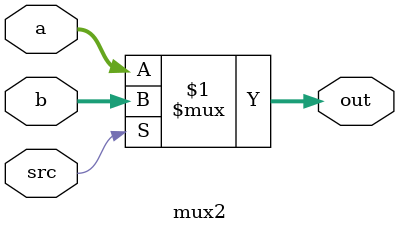
<source format=v>
module mux2 (src,b,a,out);

    input src;
    input [31:0] a,b;
    output[31:0] out;
    
    assign out = src ? b:a; 

endmodule
</source>
